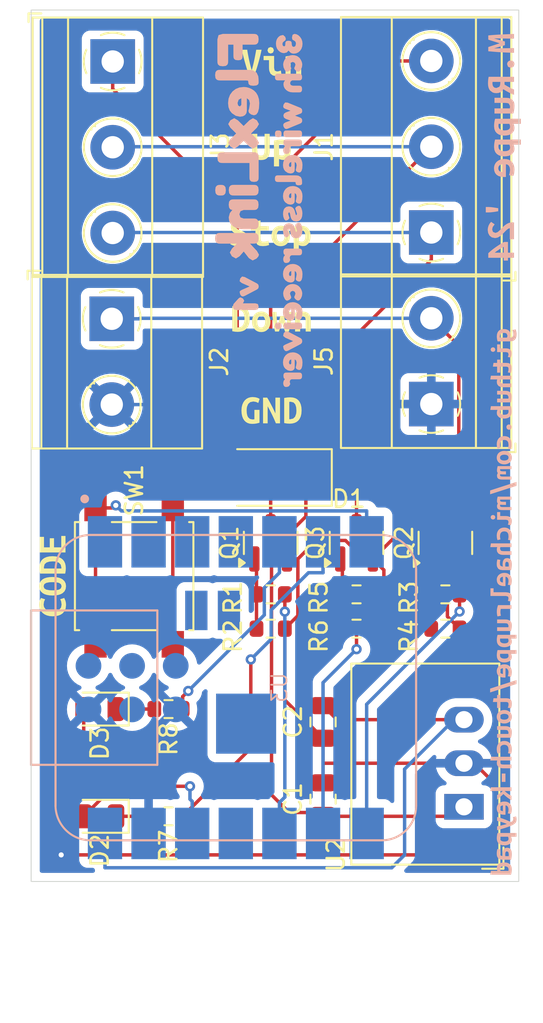
<source format=kicad_pcb>
(kicad_pcb (version 20240108) (generator "pcbnew") (generator_version "8.0")
  (layers (0 "F.Cu" signal) (31 "B.Cu" signal) (34 "B.Paste" user) (35 "F.Paste" user) (36 "B.SilkS" user "B.Silkscreen") (37 "F.SilkS" user "F.Silkscreen") (38 "B.Mask" user) (39 "F.Mask" user) (44 "Edge.Cuts" user))
  (net 0 "")
  (net 1 "+12V")
  (net 2 "Net-(D1-K)")
  (net 3 "Net-(D2-K)")
  (net 4 "+3V3")
  (net 5 "Net-(D3-K)")
  (net 6 "/UP")
  (net 7 "GND")
  (net 8 "/DOWN")
  (net 9 "/STOP")
  (net 10 "Net-(Q1-G)")
  (net 11 "Net-(Q2-G)")
  (net 12 "Net-(Q3-G)")
  (net 13 "/CTRL_UP")
  (net 14 "/CTRL_DOWN")
  (net 15 "/CTRL_STOP")
  (net 16 "/LED_ACT")
  (net 17 "/LED_STATUS")
  (net 18 "/CODE")
  (net 19 "+5V")
  (footprint "Package_TO_SOT_SMD:SOT-23" (layer "F.Cu") (at 90.95 60.0625 90)
    (property "Reference" "Q3" (at 0 -2.4 90) (layer "F.SilkS"))
    (property "Value" "BSS138")
    (pad "1" smd roundrect (at -0.9375 -0.95 90) (size 1.475 0.6) (layers "F.Cu" "F.Paste" "F.Mask") (net 12 "Net-(Q3-G)"))
    (pad "2" smd roundrect (at -0.9375 0.95 90) (size 1.475 0.6) (layers "F.Cu" "F.Paste" "F.Mask") (net 7 "GND"))
    (pad "3" smd roundrect (at 0.9375 0 90) (size 1.475 0.6) (layers "F.Cu" "F.Paste" "F.Mask") (net 9 "/STOP"))
  )
  (footprint "TerminalBlock_Phoenix:TerminalBlock_Phoenix_MKDS-1,5-3_1x03_P5.00mm_Horizontal" (layer "F.Cu") (at 95.305 41.97 90)
    (property "Reference" "J1" (at 5 -6.26 90) (layer "F.SilkS"))
    (property "Value" "Screw_Terminal_01x03")
    (pad "1" thru_hole rect (at 0 0 90) (size 2.6 2.6) (drill 1.3) (layers "*.Cu" "*.Mask") (net 9 "/STOP"))
    (pad "2" thru_hole circle (at 5 0 90) (size 2.6 2.6) (drill 1.3) (layers "*.Cu" "*.Mask") (net 6 "/UP"))
    (pad "3" thru_hole circle (at 10 0 90) (size 2.6 2.6) (drill 1.3) (layers "*.Cu" "*.Mask") (net 1 "+12V"))
  )
  (footprint "Resistor_SMD:R_0603_1608Metric" (layer "F.Cu") (at 85.95 63.0625 180)
    (property "Reference" "R1" (at 2.2 -0.1875 90) (layer "F.SilkS"))
    (property "Value" "100")
    (pad "1" smd roundrect (at -0.825 0 180) (size 0.8 0.95) (layers "F.Cu" "F.Paste" "F.Mask") (net 13 "/CTRL_UP"))
    (pad "2" smd roundrect (at 0.825 0 180) (size 0.8 0.95) (layers "F.Cu" "F.Paste" "F.Mask") (net 10 "Net-(Q1-G)"))
  )
  (footprint "Resistor_SMD:R_0603_1608Metric" (layer "F.Cu") (at 85.95 65.0625 180)
    (property "Reference" "R2" (at 2.2 -0.4375 90) (layer "F.SilkS"))
    (property "Value" "10k")
    (pad "1" smd roundrect (at -0.825 0 180) (size 0.8 0.95) (layers "F.Cu" "F.Paste" "F.Mask") (net 7 "GND"))
    (pad "2" smd roundrect (at 0.825 0 180) (size 0.8 0.95) (layers "F.Cu" "F.Paste" "F.Mask") (net 10 "Net-(Q1-G)"))
  )
  (footprint "Diode_SMD:D_SMA" (layer "F.Cu") (at 86 56.25 180)
    (property "Reference" "D1" (at -4.5 -1.25 0) (layer "F.SilkS"))
    (property "Value" "D")
    (pad "1" smd roundrect (at -2 0 180) (size 2.5 1.8) (layers "F.Cu" "F.Paste" "F.Mask") (roundrect_rratio 0.1388888889) (net 2 "Net-(D1-K)"))
    (pad "2" smd roundrect (at 2 0 180) (size 2.5 1.8) (layers "F.Cu" "F.Paste" "F.Mask") (roundrect_rratio 0.1388888889) (net 1 "+12V"))
  )
  (footprint "TerminalBlock_Phoenix:TerminalBlock_Phoenix_MKDS-1,5-2_1x02_P5.00mm_Horizontal" (layer "F.Cu") (at 95.305 51.97 90)
    (property "Reference" "J5" (at 2.5 -6.26 90) (layer "F.SilkS"))
    (property "Value" "Screw_Terminal_01x02")
    (pad "1" thru_hole rect (at 0 0 90) (size 2.6 2.6) (drill 1.3) (layers "*.Cu" "*.Mask") (net 7 "GND"))
    (pad "2" thru_hole circle (at 5 0 90) (size 2.6 2.6) (drill 1.3) (layers "*.Cu" "*.Mask") (net 8 "/DOWN"))
  )
  (footprint "Converter_DCDC:Converter_DCDC_RECOM_R-78E-0.5_THT" (layer "F.Cu") (at 97.2075 75.447 90)
    (property "Reference" "U2" (at -2.803 -7.4575 90) (layer "F.SilkS"))
    (property "Value" "Switchmode Step-DOWN 7805 footprint")
    (pad "1" thru_hole rect (at 0 0 90) (size 1.5 2.3) (drill 1) (layers "*.Cu" "*.Mask") (net 2 "Net-(D1-K)"))
    (pad "2" thru_hole oval (at 2.54 0 90) (size 1.5 2.3) (drill 1) (layers "*.Cu" "*.Mask") (net 7 "GND"))
    (pad "3" thru_hole oval (at 5.08 0 90) (size 1.5 2.3) (drill 1) (layers "*.Cu" "*.Mask") (net 19 "+5V"))
  )
  (footprint "Resistor_SMD:R_0603_1608Metric" (layer "F.Cu") (at 90.95 63.0625 180)
    (property "Reference" "R5" (at 2.2 -0.1875 90) (layer "F.SilkS"))
    (property "Value" "100")
    (pad "1" smd roundrect (at -0.825 0 180) (size 0.8 0.95) (layers "F.Cu" "F.Paste" "F.Mask") (net 15 "/CTRL_STOP"))
    (pad "2" smd roundrect (at 0.825 0 180) (size 0.8 0.95) (layers "F.Cu" "F.Paste" "F.Mask") (net 12 "Net-(Q3-G)"))
  )
  (footprint "kibuzzard-67159C39" (layer "F.Cu") (at 85.997577 37.165993)
    (property "Reference" "kibuzzard-67159C39" (hide yes))
    (property "Value" "G***" (hide yes))
  )
  (footprint "kibuzzard-67159C53" (layer "F.Cu") (at 86 52.342892)
    (property "Reference" "kibuzzard-67159C53" (hide yes))
    (property "Value" "G***" (hide yes))
  )
  (footprint "TerminalBlock_Phoenix:TerminalBlock_Phoenix_MKDS-1,5-3_1x03_P5.00mm_Horizontal" (layer "F.Cu") (at 76.75 32 -90)
    (property "Reference" "J3" (at 5 -6.26 90) (layer "F.SilkS"))
    (property "Value" "Screw_Terminal_01x03")
    (pad "1" thru_hole rect (at 0 0 270) (size 2.6 2.6) (drill 1.3) (layers "*.Cu" "*.Mask") (net 1 "+12V"))
    (pad "2" thru_hole circle (at 5 0 270) (size 2.6 2.6) (drill 1.3) (layers "*.Cu" "*.Mask") (net 6 "/UP"))
    (pad "3" thru_hole circle (at 10 0 270) (size 2.6 2.6) (drill 1.3) (layers "*.Cu" "*.Mask") (net 9 "/STOP"))
  )
  (footprint "Resistor_SMD:R_0603_1608Metric" (layer "F.Cu") (at 96.125 63.0625 180)
    (property "Reference" "R3" (at 2.125 -0.1875 90) (layer "F.SilkS"))
    (property "Value" "100")
    (pad "1" smd roundrect (at -0.825 0 180) (size 0.8 0.95) (layers "F.Cu" "F.Paste" "F.Mask") (net 14 "/CTRL_DOWN"))
    (pad "2" smd roundrect (at 0.825 0 180) (size 0.8 0.95) (layers "F.Cu" "F.Paste" "F.Mask") (net 11 "Net-(Q2-G)"))
  )
  (footprint "Resistor_SMD:R_0603_1608Metric" (layer "F.Cu") (at 80 76)
    (property "Reference" "R7" (at 0 1.75 90) (layer "F.SilkS"))
    (property "Value" "100")
    (pad "1" smd roundrect (at -0.825 0) (size 0.8 0.95) (layers "F.Cu" "F.Paste" "F.Mask") (net 3 "Net-(D2-K)"))
    (pad "2" smd roundrect (at 0.825 0) (size 0.8 0.95) (layers "F.Cu" "F.Paste" "F.Mask") (net 16 "/LED_ACT"))
  )
  (footprint "Package_TO_SOT_SMD:SOT-23" (layer "F.Cu") (at 85.95 60.0625 90)
    (property "Reference" "Q1" (at 0 -2.4 90) (layer "F.SilkS"))
    (property "Value" "BSS138")
    (pad "1" smd roundrect (at -0.9375 -0.95 90) (size 1.475 0.6) (layers "F.Cu" "F.Paste" "F.Mask") (net 10 "Net-(Q1-G)"))
    (pad "2" smd roundrect (at -0.9375 0.95 90) (size 1.475 0.6) (layers "F.Cu" "F.Paste" "F.Mask") (net 7 "GND"))
    (pad "3" smd roundrect (at 0.9375 0 90) (size 1.475 0.6) (layers "F.Cu" "F.Paste" "F.Mask") (net 6 "/UP"))
  )
  (footprint "kibuzzard-67159C44" (layer "F.Cu") (at 85.938207 42.17084)
    (property "Reference" "kibuzzard-67159C44" (hide yes))
    (property "Value" "G***" (hide yes))
  )
  (footprint "kibuzzard-67159C0E" (layer "F.Cu") (at 73.25 62 90)
    (property "Reference" "kibuzzard-67159C0E" (hide yes))
    (property "Value" "G***" (hide yes))
  )
  (footprint "Resistor_SMD:R_0603_1608Metric" (layer "F.Cu") (at 90.95 65.0625 180)
    (property "Reference" "R6" (at 2.2 -0.4375 90) (layer "F.SilkS"))
    (property "Value" "10k")
    (pad "1" smd roundrect (at -0.825 0 180) (size 0.8 0.95) (layers "F.Cu" "F.Paste" "F.Mask") (net 7 "GND"))
    (pad "2" smd roundrect (at 0.825 0 180) (size 0.8 0.95) (layers "F.Cu" "F.Paste" "F.Mask") (net 12 "Net-(Q3-G)"))
  )
  (footprint "Button_Switch_SMD:SW_SPST_B3S-1000" (layer "F.Cu") (at 78 62 90)
    (property "Reference" "SW1" (at 5 0 -90) (layer "F.SilkS"))
    (property "Value" "CHANGE_CODE")
    (pad "1" smd rect (at -3.975 -2.25 90) (size 1.55 1.3) (layers "F.Cu" "F.Paste" "F.Mask") (net 18 "/CODE"))
    (pad "1" smd rect (at 3.975 -2.25 90) (size 1.55 1.3) (layers "F.Cu" "F.Paste" "F.Mask") (net 18 "/CODE"))
    (pad "2" smd rect (at -3.975 2.25 90) (size 1.55 1.3) (layers "F.Cu" "F.Paste" "F.Mask") (net 7 "GND"))
    (pad "2" smd rect (at 3.975 2.25 90) (size 1.55 1.3) (layers "F.Cu" "F.Paste" "F.Mask") (net 7 "GND"))
  )
  (footprint "Capacitor_SMD:C_0805_2012Metric" (layer "F.Cu") (at 89 75 90)
    (property "Reference" "C1" (at 0 -1.75 90) (layer "F.SilkS"))
    (property "Value" "10uF")
    (pad "1" smd roundrect (at -0.95 0 90) (size 1 1.45) (layers "F.Cu" "F.Paste" "F.Mask") (net 2 "Net-(D1-K)"))
    (pad "2" smd roundrect (at 0.95 0 90) (size 1 1.45) (layers "F.Cu" "F.Paste" "F.Mask") (net 7 "GND"))
  )
  (footprint "Resistor_SMD:R_0603_1608Metric" (layer "F.Cu") (at 80 69.75)
    (property "Reference" "R8" (at 0 1.75 90) (layer "F.SilkS"))
    (property "Value" "100")
    (pad "1" smd roundrect (at -0.825 0) (size 0.8 0.95) (layers "F.Cu" "F.Paste" "F.Mask") (net 5 "Net-(D3-K)"))
    (pad "2" smd roundrect (at 0.825 0) (size 0.8 0.95) (layers "F.Cu" "F.Paste" "F.Mask") (net 17 "/LED_STATUS"))
  )
  (footprint "Capacitor_SMD:C_0805_2012Metric" (layer "F.Cu") (at 89 70.5 -90)
    (property "Reference" "C2" (at 0 1.75 90) (layer "F.SilkS"))
    (property "Value" "22uF")
    (pad "1" smd roundrect (at -0.95 0 270) (size 1 1.45) (layers "F.Cu" "F.Paste" "F.Mask") (net 19 "+5V"))
    (pad "2" smd roundrect (at 0.95 0 270) (size 1 1.45) (layers "F.Cu" "F.Paste" "F.Mask") (net 7 "GND"))
  )
  (footprint "TerminalBlock_Phoenix:TerminalBlock_Phoenix_MKDS-1,5-2_1x02_P5.00mm_Horizontal" (layer "F.Cu") (at 76.695 47 -90)
    (property "Reference" "J2" (at 2.5 -6.26 -90) (layer "F.SilkS"))
    (property "Value" "Screw_Terminal_01x02")
    (pad "1" thru_hole rect (at 0 0 270) (size 2.6 2.6) (drill 1.3) (layers "*.Cu" "*.Mask") (net 8 "/DOWN"))
    (pad "2" thru_hole circle (at 5 0 270) (size 2.6 2.6) (drill 1.3) (layers "*.Cu" "*.Mask") (net 7 "GND"))
  )
  (footprint "kibuzzard-67159C59" (layer "F.Cu") (at 86 32)
    (property "Reference" "kibuzzard-67159C59" (hide yes))
    (property "Value" "G***" (hide yes))
  )
  (footprint "kibuzzard-67159C4B" (layer "F.Cu") (at 86 47)
    (property "Reference" "kibuzzard-67159C4B" (hide yes))
    (property "Value" "G***" (hide yes))
  )
  (footprint "Package_TO_SOT_SMD:SOT-23" (layer "F.Cu") (at 96.125 60.0625 90)
    (property "Reference" "Q2" (at 0 -2.4 90) (layer "F.SilkS"))
    (property "Value" "BSS138")
    (pad "1" smd roundrect (at -0.9375 -0.95 90) (size 1.475 0.6) (layers "F.Cu" "F.Paste" "F.Mask") (net 11 "Net-(Q2-G)"))
    (pad "2" smd roundrect (at -0.9375 0.95 90) (size 1.475 0.6) (layers "F.Cu" "F.Paste" "F.Mask") (net 7 "GND"))
    (pad "3" smd roundrect (at 0.9375 0 90) (size 1.475 0.6) (layers "F.Cu" "F.Paste" "F.Mask") (net 8 "/DOWN"))
  )
  (footprint "LED_SMD:LED_0805_2012Metric" (layer "F.Cu") (at 76 76 180)
    (property "Reference" "D2" (at 0 -2 90) (layer "F.SilkS"))
    (property "Value" "LED")
    (pad "1" smd roundrect (at -0.9375 0 180) (size 0.975 1.4) (layers "F.Cu" "F.Paste" "F.Mask") (net 3 "Net-(D2-K)"))
    (pad "2" smd roundrect (at 0.9375 0 180) (size 0.975 1.4) (layers "F.Cu" "F.Paste" "F.Mask") (net 4 "+3V3"))
  )
  (footprint "Resistor_SMD:R_0603_1608Metric" (layer "F.Cu") (at 96.125 65.0625 180)
    (property "Reference" "R4" (at 2.125 -0.4375 90) (layer "F.SilkS"))
    (property "Value" "10k")
    (pad "1" smd roundrect (at -0.825 0 180) (size 0.8 0.95) (layers "F.Cu" "F.Paste" "F.Mask") (net 7 "GND"))
    (pad "2" smd roundrect (at 0.825 0 180) (size 0.8 0.95) (layers "F.Cu" "F.Paste" "F.Mask") (net 11 "Net-(Q2-G)"))
  )
  (footprint "LED_SMD:LED_0805_2012Metric" (layer "F.Cu") (at 76 69.75 180)
    (property "Reference" "D3" (at 0 -2 90) (layer "F.SilkS"))
    (property "Value" "LED")
    (pad "1" smd roundrect (at -0.9375 0 180) (size 0.975 1.4) (layers "F.Cu" "F.Paste" "F.Mask") (net 5 "Net-(D3-K)"))
    (pad "2" smd roundrect (at 0.9375 0 180) (size 0.975 1.4) (layers "F.Cu" "F.Paste" "F.Mask") (net 4 "+3V3"))
  )
  (footprint "kibuzzard-67159A86" (layer "B.Cu") (at 99.5 37 -90)
    (property "Reference" "kibuzzard-67159A86" (hide yes))
    (property "Value" "G***" (hide yes))
  )
  (footprint "kibuzzard-67159A69" (layer "B.Cu") (at 87 40.68412 -90)
    (property "Reference" "kibuzzard-67159A69" (hide yes))
    (property "Value" "G***" (hide yes))
  )
  (footprint "xiao:XIAO-ESP32C3-14P-2.54-21X17.8MM" (layer "B.Cu") (at 83.92 68.5 -90)
    (property "Reference" "U3" (at 0 -2.54 90) (layer "B.SilkS") (effects (font (size 0.889 0.889) (thickness 0.1016)) (justify mirror)))
    (property "Value" "Seeed Studio XIAO SAMD21" (hide yes))
    (pad "1" smd rect (at -8.5 7.62 270) (size 3 2) (layers "B.Cu" "B.Paste" "B.Mask"))
    (pad "2" smd rect (at -8.5 5.08 270) (size 3 2) (layers "B.Cu" "B.Paste" "B.Mask"))
    (pad "3" smd rect (at -8.5 2.54 270) (size 3 2) (layers "B.Cu" "B.Paste" "B.Mask"))
    (pad "4" smd rect (at -8.5 0 270) (size 3 2) (layers "B.Cu" "B.Paste" "B.Mask"))
    (pad "5" smd rect (at -8.5 -2.54 270) (size 3 2) (layers "B.Cu" "B.Paste" "B.Mask") (net 17 "/LED_STATUS"))
    (pad "6" smd rect (at -8.5 -5.08 90) (size 3 2) (layers "B.Cu" "B.Paste" "B.Mask") (net 16 "/LED_ACT"))
    (pad "7" smd rect (at -8.5 -7.62 270) (size 3 2) (layers "B.Cu" "B.Paste" "B.Mask") (net 18 "/CODE"))
    (pad "8" smd rect (at 8.5 -7.62 270) (size 3 2) (layers "B.Cu" "B.Paste" "B.Mask") (net 14 "/CTRL_DOWN"))
    (pad "9" smd rect (at 8.5 -5.08 270) (size 3 2) (layers "B.Cu" "B.Paste" "B.Mask") (net 15 "/CTRL_STOP"))
    (pad "10" smd rect (at 8.5 -2.54 270) (size 3 2) (layers "B.Cu" "B.Paste" "B.Mask") (net 13 "/CTRL_UP"))
    (pad "11" smd rect (at 8.5 0 270) (size 3 2) (layers "B.Cu" "B.Paste" "B.Mask"))
    (pad "12" smd rect (at 8.5 2.54 270) (size 3 2) (layers "B.Cu" "B.Paste" "B.Mask") (net 4 "+3V3"))
    (pad "13" smd rect (at 8.5 5.08 270) (size 3 2) (layers "B.Cu" "B.Paste" "B.Mask") (net 7 "GND"))
    (pad "14" smd rect (at 8.5 7.62 270) (size 3 2) (layers "B.Cu" "B.Paste" "B.Mask") (net 19 "+5V"))
    (pad "15" smd circle (at -1.27 8.58 180) (size 1.5 1.5) (layers "B.Cu"))
    (pad "16" smd circle (at 1.27 8.58 180) (size 1.5 1.5) (layers "B.Cu") (net 7 "GND"))
    (pad "17" smd circle (at -1.27 6.04 180) (size 1.5 1.5) (layers "B.Cu"))
    (pad "18" smd circle (at 1.27 6.04 180) (size 1.5 1.5) (layers "B.Cu"))
    (pad "19" smd circle (at -1.27 3.5 180) (size 1.5 1.5) (layers "B.Cu"))
    (pad "20" smd circle (at 1.27 3.5 180) (size 1.5 1.5) (layers "B.Cu") (net 7 "GND"))
    (pad "21" smd rect (at -4.5 2.3 90) (size 2.3 1.3) (layers "B.Cu"))
    (pad "22" smd rect (at -4.5 0.4 90) (size 2.3 1.3) (layers "B.Cu"))
    (pad "23" smd rect (at 2.1 -0.6 90) (size 3.5 3.5) (layers "B.Cu"))
  )
  (footprint "kibuzzard-67159A3D" (layer "B.Cu") (at 84 37 -90)
    (property "Reference" "kibuzzard-67159A3D" (hide yes))
    (property "Value" "G***" (hide yes))
  )
  (footprint "kibuzzard-6715A150" (layer "B.Cu") (at 84.5 45.5 -90)
    (property "Reference" "kibuzzard-6715A150" (hide yes))
    (property "Value" "G***" (hide yes))
  )
  (footprint "kibuzzard-67159B6D" (layer "B.Cu") (at 99.5 63.5 -90)
    (property "Reference" "kibuzzard-67159B6D" (hide yes))
    (property "Value" "G***" (hide yes))
  )
  (gr_rect (start 72 29) (end 100.4 79.8) (stroke (width 0.05)) (fill none) (layer "Edge.Cuts"))
  (segment (start 95.305 31.97) (end 92.8817 31.97) (width 0.2) (layer "F.Cu") (net 1))
  (segment (start 84 56.25) (end 84 40.8517) (width 0.2) (layer "F.Cu") (net 1))
  (segment (start 92.8817 31.97) (end 84 40.8517) (width 0.2) (layer "F.Cu") (net 1))
  (segment (start 76.75 32) (end 76.75 33.6017) (width 0.2) (layer "F.Cu") (net 1))
  (segment (start 84 40.8517) (end 76.75 33.6017) (width 0.2) (layer "F.Cu") (net 1))
  (segment (start 97.2075 75.447) (end 96.6545 76) (width 0.2) (layer "F.Cu") (net 2))
  (segment (start 86 74.75) (end 86 60.521948) (width 0.2) (layer "F.Cu") (net 2))
  (segment (start 88 58.521948) (end 88 56.25) (width 0.2) (layer "F.Cu") (net 2))
  (segment (start 87.0303 75.7803) (end 86 74.75) (width 0.2) (layer "F.Cu") (net 2))
  (segment (start 86 60.521948) (end 88 58.521948) (width 0.2) (layer "F.Cu") (net 2))
  (segment (start 89.3894 76) (end 89.1697 75.7803) (width 0.2) (layer "F.Cu") (net 2))
  (segment (start 89.1697 75.7803) (end 87.0303 75.7803) (width 0.2) (layer "F.Cu") (net 2))
  (segment (start 89.1697 75.7803) (end 89 75.95) (width 0.2) (layer "F.Cu") (net 2))
  (segment (start 96.6545 76) (end 89.3894 76) (width 0.2) (layer "F.Cu") (net 2))
  (segment (start 76.9375 76) (end 79.175 76) (width 0.2) (layer "F.Cu") (net 3))
  (segment (start 81.25 74.25) (end 76.8125 74.25) (width 0.2) (layer "F.Cu") (net 4))
  (segment (start 76.3625 74.7) (end 75.0625 76) (width 0.2) (layer "F.Cu") (net 4))
  (segment (start 76.8125 74.25) (end 76.3625 74.7) (width 0.2) (layer "F.Cu") (net 4))
  (segment (start 75.0625 73.4) (end 76.3625 74.7) (width 0.2) (layer "F.Cu") (net 4))
  (segment (start 75.0625 69.75) (end 75.0625 73.4) (width 0.2) (layer "F.Cu") (net 4))
  (via (at 81.25 74.25) (size 0.6) (drill 0.3) (layers "F.Cu" "B.Cu") (net 4))
  (segment (start 81.25 74.25) (end 81.25 75) (width 0.2) (layer "B.Cu") (net 4))
  (segment (start 81.25 75) (end 81.38 75.13) (width 0.2) (layer "B.Cu") (net 4))
  (segment (start 81.38 75.13) (end 81.38 77) (width 0.2) (layer "B.Cu") (net 4))
  (segment (start 76.9375 69.75) (end 79.175 69.75) (width 0.2) (layer "F.Cu") (net 5))
  (segment (start 85.95 46.325) (end 95.305 36.97) (width 0.2) (layer "F.Cu") (net 6))
  (segment (start 85.95 59.125) (end 85.95 46.325) (width 0.2) (layer "F.Cu") (net 6))
  (segment (start 76.78 36.97) (end 76.75 37) (width 0.2) (layer "B.Cu") (net 6))
  (segment (start 95.305 36.97) (end 76.78 36.97) (width 0.2) (layer "B.Cu") (net 6))
  (segment (start 76.695 52) (end 80.25 55.555) (width 0.2) (layer "F.Cu") (net 7))
  (segment (start 97.75 78.25) (end 73.75 78.25) (width 0.2) (layer "F.Cu") (net 7))
  (segment (start 80.25 55.555) (end 80.25 58.025) (width 0.2) (layer "F.Cu") (net 7))
  (segment (start 97.2075 72.907) (end 95.7558 72.907) (width 0.2) (layer "F.Cu") (net 7))
  (segment (start 96.2415 61.3813) (end 96.6228 61) (width 0.2) (layer "F.Cu") (net 7))
  (segment (start 91.9 61) (end 91.3875 61) (width 0.2) (layer "F.Cu") (net 7))
  (segment (start 86.775 69.225) (end 86.775 65.0625) (width 0.2) (layer "F.Cu") (net 7))
  (segment (start 91.775 65.0625) (end 92.5432 64.2943) (width 0.2) (layer "F.Cu") (net 7))
  (segment (start 87.5335 61) (end 86.9 61) (width 0.2) (layer "F.Cu") (net 7))
  (segment (start 89 71.45) (end 86.775 69.225) (width 0.2) (layer "F.Cu") (net 7))
  (segment (start 95.305 59.7549) (end 95.305 53.5717) (width 0.2) (layer "F.Cu") (net 7))
  (segment (start 89 72.907) (end 89 71.45) (width 0.2) (layer "F.Cu") (net 7))
  (segment (start 91.9 61) (end 93.1451 59.7549) (width 0.2) (layer "F.Cu") (net 7))
  (segment (start 95.3777 59.7549) (end 96.6228 61) (width 0.2) (layer "F.Cu") (net 7))
  (segment (start 95.305 51.97) (end 95.305 53.5717) (width 0.2) (layer "F.Cu") (net 7))
  (segment (start 99 74.09975) (end 99 77) (width 0.2) (layer "F.Cu") (net 7))
  (segment (start 87.5335 64.304) (end 86.775 65.0625) (width 0.2) (layer "F.Cu") (net 7))
  (segment (start 96.2415 64.354) (end 96.2415 61.3813) (width 0.2) (layer "F.Cu") (net 7))
  (segment (start 96.95 65.0625) (end 96.2415 64.354) (width 0.2) (layer "F.Cu") (net 7))
  (segment (start 90.3073 59.9198) (end 88.6137 59.9198) (width 0.2) (layer "F.Cu") (net 7))
  (segment (start 80.25 58.025) (end 80.25 65.975) (width 0.2) (layer "F.Cu") (net 7))
  (segment (start 92.5432 64.2943) (end 92.5432 61.6432) (width 0.2) (layer "F.Cu") (net 7))
  (segment (start 92.5432 61.6432) (end 91.9 61) (width 0.2) (layer "F.Cu") (net 7))
  (segment (start 93.1451 59.7549) (end 95.305 59.7549) (width 0.2) (layer "F.Cu") (net 7))
  (segment (start 87.5335 61) (end 87.5335 64.304) (width 0.2) (layer "F.Cu") (net 7))
  (segment (start 89 72.907) (end 95.7558 72.907) (width 0.2) (layer "F.Cu") (net 7))
  (segment (start 97.2075 72.907) (end 97.80725 72.907) (width 0.2) (layer "F.Cu") (net 7))
  (segment (start 99 77) (end 97.75 78.25) (width 0.2) (layer "F.Cu") (net 7))
  (segment (start 95.305 59.7549) (end 95.3777 59.7549) (width 0.2) (layer "F.Cu") (net 7))
  (segment (start 88.6137 59.9198) (end 87.5335 61) (width 0.2) (layer "F.Cu") (net 7))
  (segment (start 91.3875 61) (end 90.3073 59.9198) (width 0.2) (layer "F.Cu") (net 7))
  (segment (start 97.80725 72.907) (end 99 74.09975) (width 0.2) (layer "F.Cu") (net 7))
  (segment (start 89 74.05) (end 89 72.907) (width 0.2) (layer "F.Cu") (net 7))
  (segment (start 96.6228 61) (end 97.075 61) (width 0.2) (layer "F.Cu") (net 7))
  (via (at 73.75 78.25) (size 0.6) (drill 0.3) (layers "F.Cu" "B.Cu") (net 7))
  (segment (start 95.305 51.97) (end 93.7033 51.97) (width 0.2) (layer "B.Cu") (net 7))
  (segment (start 76.695 52) (end 93.6733 52) (width 0.2) (layer "B.Cu") (net 7))
  (segment (start 93.6733 52) (end 93.7033 51.97) (width 0.2) (layer "B.Cu") (net 7))
  (segment (start 96.9067 58.3433) (end 96.9067 48.5717) (width 0.2) (layer "F.Cu") (net 8))
  (segment (start 96.9067 48.5717) (end 95.305 46.97) (width 0.2) (layer "F.Cu") (net 8))
  (segment (start 96.125 59.125) (end 96.9067 58.3433) (width 0.2) (layer "F.Cu") (net 8))
  (segment (start 78.3267 46.97) (end 78.2967 47) (width 0.2) (layer "B.Cu") (net 8))
  (segment (start 76.695 47) (end 78.2967 47) (width 0.2) (layer "B.Cu") (net 8))
  (segment (start 95.305 46.97) (end 78.3267 46.97) (width 0.2) (layer "B.Cu") (net 8))
  (segment (start 95.305 41.97) (end 95.305 43.5717) (width 0.2) (layer "F.Cu") (net 9))
  (segment (start 90.95 59.125) (end 90.95 47.9267) (width 0.2) (layer "F.Cu") (net 9))
  (segment (start 90.95 47.9267) (end 95.305 43.5717) (width 0.2) (layer "F.Cu") (net 9))
  (segment (start 76.78 41.97) (end 76.75 42) (width 0.2) (layer "B.Cu") (net 9))
  (segment (start 95.305 41.97) (end 76.78 41.97) (width 0.2) (layer "B.Cu") (net 9))
  (segment (start 85.125 61.125) (end 85 61) (width 0.2) (layer "F.Cu") (net 10))
  (segment (start 85.125 63.0625) (end 85.125 61.125) (width 0.2) (layer "F.Cu") (net 10))
  (segment (start 85.125 65.0625) (end 85.125 63.0625) (width 0.2) (layer "F.Cu") (net 10))
  (segment (start 95.3 63.0625) (end 95.175 62.9375) (width 0.2) (layer "F.Cu") (net 11))
  (segment (start 95.175 62.9375) (end 95.175 61) (width 0.2) (layer "F.Cu") (net 11))
  (segment (start 95.3 65.0625) (end 95.3 63.0625) (width 0.2) (layer "F.Cu") (net 11))
  (segment (start 90.125 65.0625) (end 90.125 63.0625) (width 0.2) (layer "F.Cu") (net 12))
  (segment (start 90.125 63.0625) (end 90.125 61.125) (width 0.2) (layer "F.Cu") (net 12))
  (segment (start 90.125 61.125) (end 90 61) (width 0.2) (layer "F.Cu") (net 12))
  (segment (start 86.775 63.0625) (end 86.775 64.0696) (width 0.2) (layer "F.Cu") (net 13))
  (via (at 86.775 64.0696) (size 0.6) (drill 0.3) (layers "F.Cu" "B.Cu") (net 13))
  (segment (start 86.46 75.1983) (end 86.775 74.8833) (width 0.2) (layer "B.Cu") (net 13))
  (segment (start 86.46 77) (end 86.46 75.1983) (width 0.2) (layer "B.Cu") (net 13))
  (segment (start 86.775 74.8833) (end 86.775 64.0696) (width 0.2) (layer "B.Cu") (net 13))
  (segment (start 96.95 63.0625) (end 96.95 64.0625) (width 0.2) (layer "F.Cu") (net 14))
  (via (at 96.95 64.0625) (size 0.6) (drill 0.3) (layers "F.Cu" "B.Cu") (net 14))
  (segment (start 91.54 77) (end 91.54 69.4725) (width 0.2) (layer "B.Cu") (net 14))
  (segment (start 91.54 69.4725) (end 96.95 64.0625) (width 0.2) (layer "B.Cu") (net 14))
  (segment (start 90.95 66.2591) (end 90.95 63.8875) (width 0.2) (layer "F.Cu") (net 15))
  (segment (start 90.95 63.8875) (end 91.775 63.0625) (width 0.2) (layer "F.Cu") (net 15))
  (via (at 90.95 66.2591) (size 0.6) (drill 0.3) (layers "F.Cu" "B.Cu") (net 15))
  (segment (start 89 77) (end 89 68.2091) (width 0.2) (layer "B.Cu") (net 15))
  (segment (start 89 68.2091) (end 90.95 66.2591) (width 0.2) (layer "B.Cu") (net 15))
  (segment (start 84.793 72.032) (end 80.825 76) (width 0.2) (layer "F.Cu") (net 16))
  (segment (start 84.793 66.8572) (end 84.793 72.032) (width 0.2) (layer "F.Cu") (net 16))
  (via (at 84.793 66.8572) (size 0.6) (drill 0.3) (layers "F.Cu" "B.Cu") (net 16))
  (segment (start 89 60) (end 89 61.8017) (width 0.2) (layer "B.Cu") (net 16))
  (segment (start 85.9815 65.6687) (end 85.9815 63.9698) (width 0.2) (layer "B.Cu") (net 16))
  (segment (start 84.793 66.8572) (end 85.9815 65.6687) (width 0.2) (layer "B.Cu") (net 16))
  (segment (start 85.9815 63.9698) (end 88.1496 61.8017) (width 0.2) (layer "B.Cu") (net 16))
  (segment (start 88.1496 61.8017) (end 89 61.8017) (width 0.2) (layer "B.Cu") (net 16))
  (segment (start 80.825 69.0188) (end 80.825 69.75) (width 0.2) (layer "F.Cu") (net 17))
  (segment (start 81.1513 68.6925) (end 80.825 69.0188) (width 0.2) (layer "F.Cu") (net 17))
  (via (at 81.1513 68.6925) (size 0.6) (drill 0.3) (layers "F.Cu" "B.Cu") (net 17))
  (segment (start 86.46 60) (end 86.46 61.8017) (width 0.2) (layer "B.Cu") (net 17))
  (segment (start 86.46 61.8017) (end 85.5798 62.6819) (width 0.2) (layer "B.Cu") (net 17))
  (segment (start 85.5798 62.6819) (end 85.5798 64.264) (width 0.2) (layer "B.Cu") (net 17))
  (segment (start 85.5798 64.264) (end 81.1513 68.6925) (width 0.2) (layer "B.Cu") (net 17))
  (segment (start 75.75 58.025) (end 76.7017 58.025) (width 0.2) (layer "F.Cu") (net 18))
  (segment (start 75.75 58.025) (end 75.75 65.975) (width 0.2) (layer "F.Cu") (net 18))
  (segment (start 76.9309 57.875) (end 76.8517 57.875) (width 0.2) (layer "F.Cu") (net 18))
  (segment (start 76.8517 57.875) (end 76.7017 58.025) (width 0.2) (layer "F.Cu") (net 18))
  (via (at 76.9309 57.875) (size 0.6) (drill 0.3) (layers "F.Cu" "B.Cu") (net 18))
  (segment (start 91.54 60) (end 91.54 58.1983) (width 0.2) (layer "B.Cu") (net 18))
  (segment (start 77.2542 58.1983) (end 76.9309 57.875) (width 0.2) (layer "B.Cu") (net 18))
  (segment (start 91.54 58.1983) (end 77.2542 58.1983) (width 0.2) (layer "B.Cu") (net 18))
  (segment (start 97.2075 70.367) (end 89.817 70.367) (width 0.2) (layer "F.Cu") (net 19))
  (segment (start 89.817 70.367) (end 89 69.55) (width 0.2) (layer "F.Cu") (net 19))
  (segment (start 76.3 77) (end 76.3 79) (width 0.2) (layer "B.Cu") (net 19))
  (segment (start 76.3 79) (end 93 79) (width 0.2) (layer "B.Cu") (net 19))
  (segment (start 93.75 78.25) (end 93.75 73.25) (width 0.2) (layer "B.Cu") (net 19))
  (segment (start 96.633 70.367) (end 97.2075 70.367) (width 0.2) (layer "B.Cu") (net 19))
  (segment (start 93.75 73.25) (end 96.633 70.367) (width 0.2) (layer "B.Cu") (net 19))
  (segment (start 93 79) (end 93.75 78.25) (width 0.2) (layer "B.Cu") (net 19))
  (zone (net 7) (net_name "GND") (layer "B.Cu") (connect_pads (clearance 0.5)) (min_thickness 0.25) (fill yes (thermal_gap 0.5) (thermal_bridge_width 0.5))
    (polygon (pts (xy 71.5 29) (xy 100.5 29) (xy 100.5 79.75) (xy 71.75 79.75)))
  )
)
</source>
